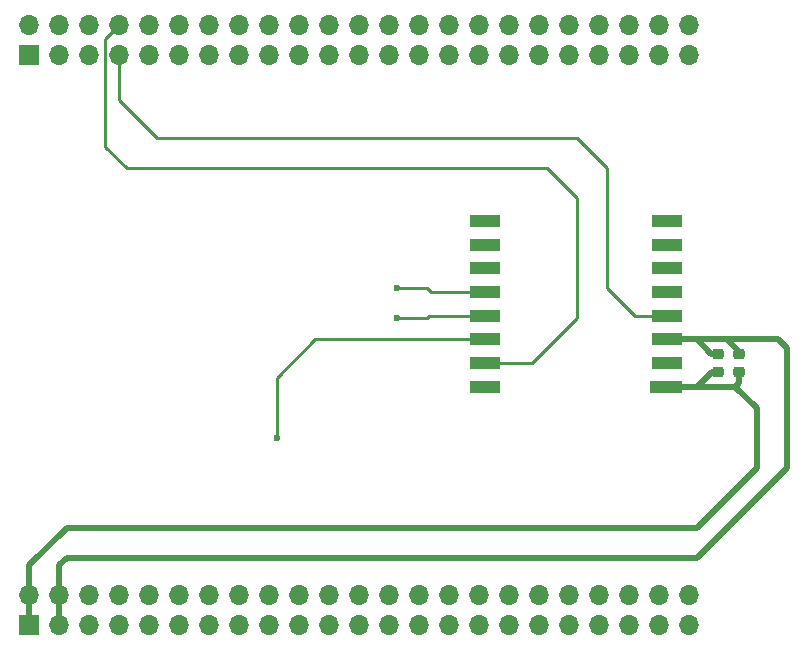
<source format=gbr>
%TF.GenerationSoftware,KiCad,Pcbnew,7.0.9*%
%TF.CreationDate,2024-01-04T22:09:18+01:00*%
%TF.ProjectId,BeaglebonePCBma_yC,42656167-6c65-4626-9f6e-655043426d61,rev?*%
%TF.SameCoordinates,Original*%
%TF.FileFunction,Copper,L1,Top*%
%TF.FilePolarity,Positive*%
%FSLAX46Y46*%
G04 Gerber Fmt 4.6, Leading zero omitted, Abs format (unit mm)*
G04 Created by KiCad (PCBNEW 7.0.9) date 2024-01-04 22:09:18*
%MOMM*%
%LPD*%
G01*
G04 APERTURE LIST*
G04 Aperture macros list*
%AMRoundRect*
0 Rectangle with rounded corners*
0 $1 Rounding radius*
0 $2 $3 $4 $5 $6 $7 $8 $9 X,Y pos of 4 corners*
0 Add a 4 corners polygon primitive as box body*
4,1,4,$2,$3,$4,$5,$6,$7,$8,$9,$2,$3,0*
0 Add four circle primitives for the rounded corners*
1,1,$1+$1,$2,$3*
1,1,$1+$1,$4,$5*
1,1,$1+$1,$6,$7*
1,1,$1+$1,$8,$9*
0 Add four rect primitives between the rounded corners*
20,1,$1+$1,$2,$3,$4,$5,0*
20,1,$1+$1,$4,$5,$6,$7,0*
20,1,$1+$1,$6,$7,$8,$9,0*
20,1,$1+$1,$8,$9,$2,$3,0*%
G04 Aperture macros list end*
%TA.AperFunction,SMDPad,CuDef*%
%ADD10R,2.800000X1.100000*%
%TD*%
%TA.AperFunction,SMDPad,CuDef*%
%ADD11R,2.600000X1.100000*%
%TD*%
%TA.AperFunction,SMDPad,CuDef*%
%ADD12RoundRect,0.225000X-0.250000X0.225000X-0.250000X-0.225000X0.250000X-0.225000X0.250000X0.225000X0*%
%TD*%
%TA.AperFunction,ComponentPad*%
%ADD13R,1.700000X1.700000*%
%TD*%
%TA.AperFunction,ComponentPad*%
%ADD14O,1.700000X1.700000*%
%TD*%
%TA.AperFunction,ViaPad*%
%ADD15C,0.600000*%
%TD*%
%TA.AperFunction,Conductor*%
%ADD16C,0.250000*%
%TD*%
%TA.AperFunction,Conductor*%
%ADD17C,0.500000*%
%TD*%
G04 APERTURE END LIST*
D10*
%TO.P,U1,1,GND*%
%TO.N,GNDD*%
X173560000Y-77870000D03*
D11*
%TO.P,U1,2,GND*%
X173660000Y-75870000D03*
%TO.P,U1,3,3.3V*%
%TO.N,+3V3*%
X173660000Y-73870000D03*
%TO.P,U1,4,RESET*%
%TO.N,/GPIO66*%
X173660000Y-71870000D03*
%TO.P,U1,5,DI00*%
%TO.N,unconnected-(U1-DI00-Pad5)*%
X173660000Y-69870000D03*
%TO.P,U1,6,DI01*%
%TO.N,unconnected-(U1-DI01-Pad6)*%
X173660000Y-67870000D03*
%TO.P,U1,7,DI02*%
%TO.N,unconnected-(U1-DI02-Pad7)*%
X173660000Y-65870000D03*
%TO.P,U1,8,DI03*%
%TO.N,unconnected-(U1-DI03-Pad8)*%
X173660000Y-63870000D03*
%TO.P,U1,9,GND*%
%TO.N,GNDD*%
X158260000Y-63870000D03*
%TO.P,U1,10,DI04*%
%TO.N,unconnected-(U1-DI04-Pad10)*%
X158260000Y-65870000D03*
%TO.P,U1,11,DI05*%
%TO.N,unconnected-(U1-DI05-Pad11)*%
X158260000Y-67870000D03*
%TO.P,U1,12,SCK*%
%TO.N,/GPIO2*%
X158260000Y-69870000D03*
%TO.P,U1,13,MISO*%
%TO.N,/GPIO3*%
X158260000Y-71870000D03*
%TO.P,U1,14,MOSI*%
%TO.N,/GPIO4*%
X158260000Y-73870000D03*
%TO.P,U1,15,NSS*%
%TO.N,/GPIO67*%
X158260000Y-75870000D03*
%TO.P,U1,16,GND*%
%TO.N,GNDD*%
X158260000Y-77870000D03*
%TD*%
D12*
%TO.P,C2,1*%
%TO.N,+3V3*%
X179800000Y-75075000D03*
%TO.P,C2,2*%
%TO.N,GNDD*%
X179800000Y-76625000D03*
%TD*%
%TO.P,C1,1*%
%TO.N,+3V3*%
X178000000Y-75075000D03*
%TO.P,C1,2*%
%TO.N,GNDD*%
X178000000Y-76625000D03*
%TD*%
D13*
%TO.P,P8,1,Pin_1*%
%TO.N,GNDD*%
X119685000Y-49835000D03*
D14*
%TO.P,P8,2,Pin_2*%
X119685000Y-47295000D03*
%TO.P,P8,3,Pin_3*%
%TO.N,/MMC1.DAT6*%
X122225000Y-49835000D03*
%TO.P,P8,4,Pin_4*%
%TO.N,/MMC1.DAT7*%
X122225000Y-47295000D03*
%TO.P,P8,5,Pin_5*%
%TO.N,/MMC1.DAT2*%
X124765000Y-49835000D03*
%TO.P,P8,6,Pin_6*%
%TO.N,/MMC1.DAT3*%
X124765000Y-47295000D03*
%TO.P,P8,7,Pin_7*%
%TO.N,/GPIO66*%
X127305000Y-49835000D03*
%TO.P,P8,8,Pin_8*%
%TO.N,/GPIO67*%
X127305000Y-47295000D03*
%TO.P,P8,9,Pin_9*%
%TO.N,/GPIO69*%
X129845000Y-49835000D03*
%TO.P,P8,10,Pin_10*%
%TO.N,/GPIO68*%
X129845000Y-47295000D03*
%TO.P,P8,11,Pin_11*%
%TO.N,/GPIO45*%
X132385000Y-49835000D03*
%TO.P,P8,12,Pin_12*%
%TO.N,/GPIO44*%
X132385000Y-47295000D03*
%TO.P,P8,13,Pin_13*%
%TO.N,/GPIO23*%
X134925000Y-49835000D03*
%TO.P,P8,14,Pin_14*%
%TO.N,/GPIO26*%
X134925000Y-47295000D03*
%TO.P,P8,15,Pin_15*%
%TO.N,/GPIO47*%
X137465000Y-49835000D03*
%TO.P,P8,16,Pin_16*%
%TO.N,/GPIO46*%
X137465000Y-47295000D03*
%TO.P,P8,17,Pin_17*%
%TO.N,/GPIO27*%
X140005000Y-49835000D03*
%TO.P,P8,18,Pin_18*%
%TO.N,/GPIO65*%
X140005000Y-47295000D03*
%TO.P,P8,19,Pin_19*%
%TO.N,/GPIO22*%
X142545000Y-49835000D03*
%TO.P,P8,20,Pin_20*%
%TO.N,/MMC1.CMD*%
X142545000Y-47295000D03*
%TO.P,P8,21,Pin_21*%
%TO.N,/MMC1.CLK*%
X145085000Y-49835000D03*
%TO.P,P8,22,Pin_22*%
%TO.N,/MMC1.DAT5*%
X145085000Y-47295000D03*
%TO.P,P8,23,Pin_23*%
%TO.N,/MMC1.DAT4*%
X147625000Y-49835000D03*
%TO.P,P8,24,Pin_24*%
%TO.N,/MMC1.DAT1*%
X147625000Y-47295000D03*
%TO.P,P8,25,Pin_25*%
%TO.N,/MMC1.DAT0*%
X150165000Y-49835000D03*
%TO.P,P8,26,Pin_26*%
%TO.N,/LCD.PCLK*%
X150165000Y-47295000D03*
%TO.P,P8,27,Pin_27*%
%TO.N,/LCD.VSYNC*%
X152705000Y-49835000D03*
%TO.P,P8,28,Pin_28*%
%TO.N,/GPIO61*%
X152705000Y-47295000D03*
%TO.P,P8,29,Pin_29*%
%TO.N,/LCD.HSYNC*%
X155245000Y-49835000D03*
%TO.P,P8,30,Pin_30*%
%TO.N,/LCD.AC_BIAS_E*%
X155245000Y-47295000D03*
%TO.P,P8,31,Pin_31*%
%TO.N,/LCD.DATA14*%
X157785000Y-49835000D03*
%TO.P,P8,32,Pin_32*%
%TO.N,/LCD.DATA15*%
X157785000Y-47295000D03*
%TO.P,P8,33,Pin_33*%
%TO.N,/LCD.DATA13*%
X160325000Y-49835000D03*
%TO.P,P8,34,Pin_34*%
%TO.N,/LCD.DATA11*%
X160325000Y-47295000D03*
%TO.P,P8,35,Pin_35*%
%TO.N,/LCD.DATA8*%
X162865000Y-49835000D03*
%TO.P,P8,36,Pin_36*%
%TO.N,/LCD.DATA10*%
X162865000Y-47295000D03*
%TO.P,P8,37,Pin_37*%
%TO.N,/LCD.DATA6*%
X165405000Y-49835000D03*
%TO.P,P8,38,Pin_38*%
%TO.N,/LCD.DATA9*%
X165405000Y-47295000D03*
%TO.P,P8,39,Pin_39*%
%TO.N,/LCD.DATA4*%
X167945000Y-49835000D03*
%TO.P,P8,40,Pin_40*%
%TO.N,/LCD.DATA7*%
X167945000Y-47295000D03*
%TO.P,P8,41,Pin_41*%
%TO.N,/LCD.DATA2*%
X170485000Y-49835000D03*
%TO.P,P8,42,Pin_42*%
%TO.N,/LCD.DATA5*%
X170485000Y-47295000D03*
%TO.P,P8,43,Pin_43*%
%TO.N,/LCD.DATA0*%
X173025000Y-49835000D03*
%TO.P,P8,44,Pin_44*%
%TO.N,/LCD.DATA3*%
X173025000Y-47295000D03*
%TO.P,P8,45,Pin_45*%
%TO.N,GNDD*%
X175565000Y-49835000D03*
%TO.P,P8,46,Pin_46*%
%TO.N,/LCD.DATA1*%
X175565000Y-47295000D03*
%TD*%
D13*
%TO.P,P9,1,Pin_1*%
%TO.N,GNDD*%
X119685000Y-98095000D03*
D14*
%TO.P,P9,2,Pin_2*%
X119685000Y-95555000D03*
%TO.P,P9,3,Pin_3*%
%TO.N,+3V3*%
X122225000Y-98095000D03*
%TO.P,P9,4,Pin_4*%
X122225000Y-95555000D03*
%TO.P,P9,5,Pin_5*%
%TO.N,+5V*%
X124765000Y-98095000D03*
%TO.P,P9,6,Pin_6*%
X124765000Y-95555000D03*
%TO.P,P9,7,Pin_7*%
%TO.N,VBUS*%
X127305000Y-98095000D03*
%TO.P,P9,8,Pin_8*%
X127305000Y-95555000D03*
%TO.P,P9,9,Pin_9*%
%TO.N,/PWR_BUT*%
X129845000Y-98095000D03*
%TO.P,P9,10,Pin_10*%
%TO.N,/~{SYS_RESET}*%
X129845000Y-95555000D03*
%TO.P,P9,11,Pin_11*%
%TO.N,/GPIO30*%
X132385000Y-98095000D03*
%TO.P,P9,12,Pin_12*%
%TO.N,/GPIO60*%
X132385000Y-95555000D03*
%TO.P,P9,13,Pin_13*%
%TO.N,/GPIO31*%
X134925000Y-98095000D03*
%TO.P,P9,14,Pin_14*%
%TO.N,/GPIO40*%
X134925000Y-95555000D03*
%TO.P,P9,15,Pin_15*%
%TO.N,/GPIO48*%
X137465000Y-98095000D03*
%TO.P,P9,16,Pin_16*%
%TO.N,/GPIO51*%
X137465000Y-95555000D03*
%TO.P,P9,17,Pin_17*%
%TO.N,/GPIO4*%
X140005000Y-98095000D03*
%TO.P,P9,18,Pin_18*%
%TO.N,/GPIO5*%
X140005000Y-95555000D03*
%TO.P,P9,19,Pin_19*%
%TO.N,/I2C2.SCL*%
X142545000Y-98095000D03*
%TO.P,P9,20,Pin_20*%
%TO.N,/I2C2.SDA*%
X142545000Y-95555000D03*
%TO.P,P9,21,Pin_21*%
%TO.N,/GPIO3*%
X145085000Y-98095000D03*
%TO.P,P9,22,Pin_22*%
%TO.N,/GPIO2*%
X145085000Y-95555000D03*
%TO.P,P9,23,Pin_23*%
%TO.N,/GPIO49*%
X147625000Y-98095000D03*
%TO.P,P9,24,Pin_24*%
%TO.N,/GPIO15*%
X147625000Y-95555000D03*
%TO.P,P9,25,Pin_25*%
%TO.N,/GPIO117*%
X150165000Y-98095000D03*
%TO.P,P9,26,Pin_26*%
%TO.N,/GPIO14*%
X150165000Y-95555000D03*
%TO.P,P9,27,Pin_27*%
%TO.N,/GPIO125*%
X152705000Y-98095000D03*
%TO.P,P9,28,Pin_28*%
%TO.N,/SPI1.CS0*%
X152705000Y-95555000D03*
%TO.P,P9,29,Pin_29*%
%TO.N,/SPI1.D0*%
X155245000Y-98095000D03*
%TO.P,P9,30,Pin_30*%
%TO.N,/GPIO122*%
X155245000Y-95555000D03*
%TO.P,P9,31,Pin_31*%
%TO.N,/SPI1.SCLK*%
X157785000Y-98095000D03*
%TO.P,P9,32,Pin_32*%
%TO.N,+1V8*%
X157785000Y-95555000D03*
%TO.P,P9,33,Pin_33*%
%TO.N,/AIN4*%
X160325000Y-98095000D03*
%TO.P,P9,34,Pin_34*%
%TO.N,GNDA*%
X160325000Y-95555000D03*
%TO.P,P9,35,Pin_35*%
%TO.N,/AIN6*%
X162865000Y-98095000D03*
%TO.P,P9,36,Pin_36*%
%TO.N,/AIN5*%
X162865000Y-95555000D03*
%TO.P,P9,37,Pin_37*%
%TO.N,/AIN2*%
X165405000Y-98095000D03*
%TO.P,P9,38,Pin_38*%
%TO.N,/AIN3*%
X165405000Y-95555000D03*
%TO.P,P9,39,Pin_39*%
%TO.N,/AIN0*%
X167945000Y-98095000D03*
%TO.P,P9,40,Pin_40*%
%TO.N,/AIN1*%
X167945000Y-95555000D03*
%TO.P,P9,41,Pin_41*%
%TO.N,/GPIO20*%
X170485000Y-98095000D03*
%TO.P,P9,42,Pin_42*%
%TO.N,/GPIO7*%
X170485000Y-95555000D03*
%TO.P,P9,43,Pin_43*%
%TO.N,GNDD*%
X173025000Y-98095000D03*
%TO.P,P9,44,Pin_44*%
X173025000Y-95555000D03*
%TO.P,P9,45,Pin_45*%
X175565000Y-98095000D03*
%TO.P,P9,46,Pin_46*%
X175565000Y-95555000D03*
%TD*%
D15*
%TO.N,/GPIO2*%
X150800000Y-69520000D03*
%TO.N,/GPIO3*%
X150800000Y-72060000D03*
%TO.N,/GPIO4*%
X140640000Y-82220000D03*
%TD*%
D16*
%TO.N,/GPIO2*%
X153340000Y-69520000D02*
X150800000Y-69520000D01*
X153690000Y-69870000D02*
X153340000Y-69520000D01*
X158260000Y-69870000D02*
X153690000Y-69870000D01*
%TO.N,/GPIO3*%
X153340000Y-72060000D02*
X150800000Y-72060000D01*
X153530000Y-71870000D02*
X153340000Y-72060000D01*
X158260000Y-71870000D02*
X153530000Y-71870000D01*
%TO.N,/GPIO4*%
X140640000Y-77140000D02*
X140640000Y-82220000D01*
X143910000Y-73870000D02*
X140640000Y-77140000D01*
X158260000Y-73870000D02*
X143910000Y-73870000D01*
%TO.N,/GPIO67*%
X126130000Y-57550000D02*
X126130000Y-48470000D01*
X127940000Y-59360000D02*
X126130000Y-57550000D01*
X163500000Y-59360000D02*
X127940000Y-59360000D01*
X166040000Y-72060000D02*
X166040000Y-61900000D01*
X162230000Y-75870000D02*
X166040000Y-72060000D01*
X166040000Y-61900000D02*
X163500000Y-59360000D01*
X158260000Y-75870000D02*
X162230000Y-75870000D01*
X126130000Y-48470000D02*
X127305000Y-47295000D01*
%TO.N,/GPIO66*%
X127305000Y-53645000D02*
X127305000Y-49835000D01*
X168580000Y-59360000D02*
X166040000Y-56820000D01*
X166040000Y-56820000D02*
X130480000Y-56820000D01*
X168580000Y-69520000D02*
X168580000Y-59360000D01*
X130480000Y-56820000D02*
X127305000Y-53645000D01*
X170930000Y-71870000D02*
X168580000Y-69520000D01*
X173660000Y-71870000D02*
X170930000Y-71870000D01*
D17*
%TO.N,GNDD*%
X178000000Y-76625000D02*
X177445000Y-76625000D01*
X177445000Y-76625000D02*
X176200000Y-77870000D01*
X176200000Y-77870000D02*
X173560000Y-77870000D01*
X179470000Y-77870000D02*
X176200000Y-77870000D01*
X179800000Y-77540000D02*
X179470000Y-77870000D01*
X179800000Y-76625000D02*
X179800000Y-77540000D01*
%TO.N,+3V3*%
X177405000Y-75075000D02*
X176200000Y-73870000D01*
X178000000Y-75075000D02*
X177405000Y-75075000D01*
X176200000Y-73870000D02*
X173660000Y-73870000D01*
X178740000Y-73870000D02*
X176200000Y-73870000D01*
X179800000Y-74930000D02*
X178740000Y-73870000D01*
X179800000Y-75075000D02*
X179800000Y-74930000D01*
X183090000Y-73870000D02*
X178740000Y-73870000D01*
%TO.N,GNDD*%
X119685000Y-93015000D02*
X119685000Y-98095000D01*
X122860000Y-89840000D02*
X119685000Y-93015000D01*
X176200000Y-89840000D02*
X122860000Y-89840000D01*
X181280000Y-79680000D02*
X181280000Y-84760000D01*
X179470000Y-77870000D02*
X181280000Y-79680000D01*
X181280000Y-84760000D02*
X176200000Y-89840000D01*
%TO.N,+3V3*%
X176200000Y-92380000D02*
X122860000Y-92380000D01*
X183820000Y-84760000D02*
X176200000Y-92380000D01*
X122860000Y-92380000D02*
X122225000Y-93015000D01*
X122225000Y-93015000D02*
X122225000Y-98095000D01*
X183820000Y-74600000D02*
X183820000Y-84760000D01*
X183090000Y-73870000D02*
X183820000Y-74600000D01*
%TD*%
M02*

</source>
